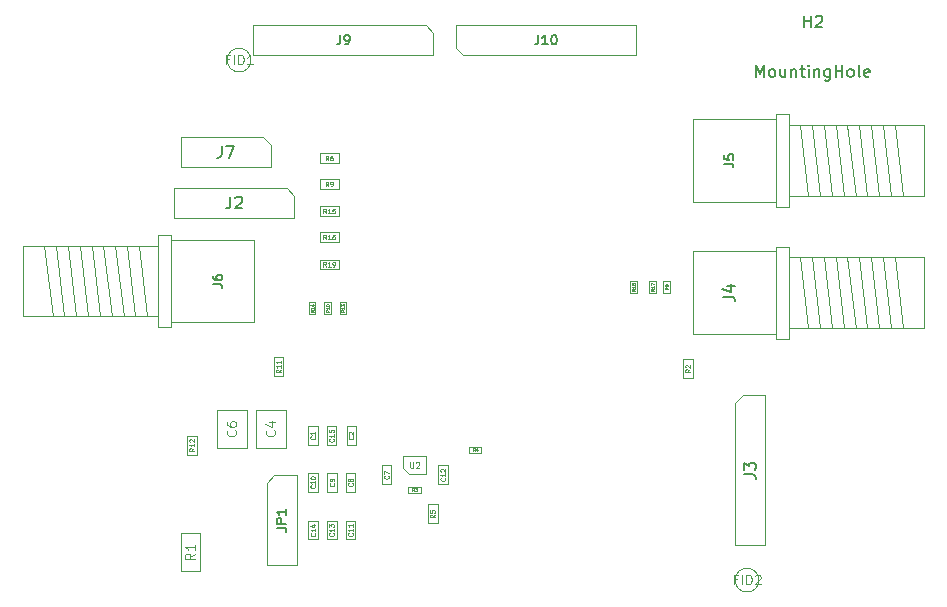
<source format=gbr>
G04 #@! TF.GenerationSoftware,KiCad,Pcbnew,(6.0.10)*
G04 #@! TF.CreationDate,2023-02-01T11:06:55+01:00*
G04 #@! TF.ProjectId,astropix_v3,61737472-6f70-4697-985f-76332e6b6963,1.0*
G04 #@! TF.SameCoordinates,Original*
G04 #@! TF.FileFunction,AssemblyDrawing,Top*
%FSLAX46Y46*%
G04 Gerber Fmt 4.6, Leading zero omitted, Abs format (unit mm)*
G04 Created by KiCad (PCBNEW (6.0.10)) date 2023-02-01 11:06:55*
%MOMM*%
%LPD*%
G01*
G04 APERTURE LIST*
%ADD10C,0.150000*%
%ADD11C,0.060000*%
%ADD12C,0.120000*%
%ADD13C,0.030000*%
%ADD14C,0.040000*%
%ADD15C,0.100000*%
G04 APERTURE END LIST*
D10*
G04 #@! TO.C,H2*
X155089285Y-57727380D02*
X155089285Y-56727380D01*
X155422619Y-57441666D01*
X155755952Y-56727380D01*
X155755952Y-57727380D01*
X156375000Y-57727380D02*
X156279761Y-57679761D01*
X156232142Y-57632142D01*
X156184523Y-57536904D01*
X156184523Y-57251190D01*
X156232142Y-57155952D01*
X156279761Y-57108333D01*
X156375000Y-57060714D01*
X156517857Y-57060714D01*
X156613095Y-57108333D01*
X156660714Y-57155952D01*
X156708333Y-57251190D01*
X156708333Y-57536904D01*
X156660714Y-57632142D01*
X156613095Y-57679761D01*
X156517857Y-57727380D01*
X156375000Y-57727380D01*
X157565476Y-57060714D02*
X157565476Y-57727380D01*
X157136904Y-57060714D02*
X157136904Y-57584523D01*
X157184523Y-57679761D01*
X157279761Y-57727380D01*
X157422619Y-57727380D01*
X157517857Y-57679761D01*
X157565476Y-57632142D01*
X158041666Y-57060714D02*
X158041666Y-57727380D01*
X158041666Y-57155952D02*
X158089285Y-57108333D01*
X158184523Y-57060714D01*
X158327380Y-57060714D01*
X158422619Y-57108333D01*
X158470238Y-57203571D01*
X158470238Y-57727380D01*
X158803571Y-57060714D02*
X159184523Y-57060714D01*
X158946428Y-56727380D02*
X158946428Y-57584523D01*
X158994047Y-57679761D01*
X159089285Y-57727380D01*
X159184523Y-57727380D01*
X159517857Y-57727380D02*
X159517857Y-57060714D01*
X159517857Y-56727380D02*
X159470238Y-56775000D01*
X159517857Y-56822619D01*
X159565476Y-56775000D01*
X159517857Y-56727380D01*
X159517857Y-56822619D01*
X159994047Y-57060714D02*
X159994047Y-57727380D01*
X159994047Y-57155952D02*
X160041666Y-57108333D01*
X160136904Y-57060714D01*
X160279761Y-57060714D01*
X160375000Y-57108333D01*
X160422619Y-57203571D01*
X160422619Y-57727380D01*
X161327380Y-57060714D02*
X161327380Y-57870238D01*
X161279761Y-57965476D01*
X161232142Y-58013095D01*
X161136904Y-58060714D01*
X160994047Y-58060714D01*
X160898809Y-58013095D01*
X161327380Y-57679761D02*
X161232142Y-57727380D01*
X161041666Y-57727380D01*
X160946428Y-57679761D01*
X160898809Y-57632142D01*
X160851190Y-57536904D01*
X160851190Y-57251190D01*
X160898809Y-57155952D01*
X160946428Y-57108333D01*
X161041666Y-57060714D01*
X161232142Y-57060714D01*
X161327380Y-57108333D01*
X161803571Y-57727380D02*
X161803571Y-56727380D01*
X161803571Y-57203571D02*
X162375000Y-57203571D01*
X162375000Y-57727380D02*
X162375000Y-56727380D01*
X162994047Y-57727380D02*
X162898809Y-57679761D01*
X162851190Y-57632142D01*
X162803571Y-57536904D01*
X162803571Y-57251190D01*
X162851190Y-57155952D01*
X162898809Y-57108333D01*
X162994047Y-57060714D01*
X163136904Y-57060714D01*
X163232142Y-57108333D01*
X163279761Y-57155952D01*
X163327380Y-57251190D01*
X163327380Y-57536904D01*
X163279761Y-57632142D01*
X163232142Y-57679761D01*
X163136904Y-57727380D01*
X162994047Y-57727380D01*
X163898809Y-57727380D02*
X163803571Y-57679761D01*
X163755952Y-57584523D01*
X163755952Y-56727380D01*
X164660714Y-57679761D02*
X164565476Y-57727380D01*
X164375000Y-57727380D01*
X164279761Y-57679761D01*
X164232142Y-57584523D01*
X164232142Y-57203571D01*
X164279761Y-57108333D01*
X164375000Y-57060714D01*
X164565476Y-57060714D01*
X164660714Y-57108333D01*
X164708333Y-57203571D01*
X164708333Y-57298809D01*
X164232142Y-57394047D01*
X159113095Y-53527380D02*
X159113095Y-52527380D01*
X159113095Y-53003571D02*
X159684523Y-53003571D01*
X159684523Y-53527380D02*
X159684523Y-52527380D01*
X160113095Y-52622619D02*
X160160714Y-52575000D01*
X160255952Y-52527380D01*
X160494047Y-52527380D01*
X160589285Y-52575000D01*
X160636904Y-52622619D01*
X160684523Y-52717857D01*
X160684523Y-52813095D01*
X160636904Y-52955952D01*
X160065476Y-53527380D01*
X160684523Y-53527380D01*
D11*
G04 #@! TO.C,C8*
X120894457Y-92116266D02*
X120913504Y-92135314D01*
X120932552Y-92192457D01*
X120932552Y-92230552D01*
X120913504Y-92287695D01*
X120875409Y-92325790D01*
X120837314Y-92344838D01*
X120761123Y-92363885D01*
X120703980Y-92363885D01*
X120627790Y-92344838D01*
X120589695Y-92325790D01*
X120551600Y-92287695D01*
X120532552Y-92230552D01*
X120532552Y-92192457D01*
X120551600Y-92135314D01*
X120570647Y-92116266D01*
X120703980Y-91887695D02*
X120684933Y-91925790D01*
X120665885Y-91944838D01*
X120627790Y-91963885D01*
X120608742Y-91963885D01*
X120570647Y-91944838D01*
X120551600Y-91925790D01*
X120532552Y-91887695D01*
X120532552Y-91811504D01*
X120551600Y-91773409D01*
X120570647Y-91754361D01*
X120608742Y-91735314D01*
X120627790Y-91735314D01*
X120665885Y-91754361D01*
X120684933Y-91773409D01*
X120703980Y-91811504D01*
X120703980Y-91887695D01*
X120723028Y-91925790D01*
X120742076Y-91944838D01*
X120780171Y-91963885D01*
X120856361Y-91963885D01*
X120894457Y-91944838D01*
X120913504Y-91925790D01*
X120932552Y-91887695D01*
X120932552Y-91811504D01*
X120913504Y-91773409D01*
X120894457Y-91754361D01*
X120856361Y-91735314D01*
X120780171Y-91735314D01*
X120742076Y-91754361D01*
X120723028Y-91773409D01*
X120703980Y-91811504D01*
G04 #@! TO.C,C9*
X119319657Y-92116266D02*
X119338704Y-92135314D01*
X119357752Y-92192457D01*
X119357752Y-92230552D01*
X119338704Y-92287695D01*
X119300609Y-92325790D01*
X119262514Y-92344838D01*
X119186323Y-92363885D01*
X119129180Y-92363885D01*
X119052990Y-92344838D01*
X119014895Y-92325790D01*
X118976800Y-92287695D01*
X118957752Y-92230552D01*
X118957752Y-92192457D01*
X118976800Y-92135314D01*
X118995847Y-92116266D01*
X119357752Y-91925790D02*
X119357752Y-91849600D01*
X119338704Y-91811504D01*
X119319657Y-91792457D01*
X119262514Y-91754361D01*
X119186323Y-91735314D01*
X119033942Y-91735314D01*
X118995847Y-91754361D01*
X118976800Y-91773409D01*
X118957752Y-91811504D01*
X118957752Y-91887695D01*
X118976800Y-91925790D01*
X118995847Y-91944838D01*
X119033942Y-91963885D01*
X119129180Y-91963885D01*
X119167276Y-91944838D01*
X119186323Y-91925790D01*
X119205371Y-91887695D01*
X119205371Y-91811504D01*
X119186323Y-91773409D01*
X119167276Y-91754361D01*
X119129180Y-91735314D01*
G04 #@! TO.C,C10*
X117694057Y-92306742D02*
X117713104Y-92325790D01*
X117732152Y-92382933D01*
X117732152Y-92421028D01*
X117713104Y-92478171D01*
X117675009Y-92516266D01*
X117636914Y-92535314D01*
X117560723Y-92554361D01*
X117503580Y-92554361D01*
X117427390Y-92535314D01*
X117389295Y-92516266D01*
X117351200Y-92478171D01*
X117332152Y-92421028D01*
X117332152Y-92382933D01*
X117351200Y-92325790D01*
X117370247Y-92306742D01*
X117732152Y-91925790D02*
X117732152Y-92154361D01*
X117732152Y-92040076D02*
X117332152Y-92040076D01*
X117389295Y-92078171D01*
X117427390Y-92116266D01*
X117446438Y-92154361D01*
X117332152Y-91678171D02*
X117332152Y-91640076D01*
X117351200Y-91601980D01*
X117370247Y-91582933D01*
X117408342Y-91563885D01*
X117484533Y-91544838D01*
X117579771Y-91544838D01*
X117655961Y-91563885D01*
X117694057Y-91582933D01*
X117713104Y-91601980D01*
X117732152Y-91640076D01*
X117732152Y-91678171D01*
X117713104Y-91716266D01*
X117694057Y-91735314D01*
X117655961Y-91754361D01*
X117579771Y-91773409D01*
X117484533Y-91773409D01*
X117408342Y-91754361D01*
X117370247Y-91735314D01*
X117351200Y-91716266D01*
X117332152Y-91678171D01*
D10*
G04 #@! TO.C,J6*
X109081904Y-75266666D02*
X109653333Y-75266666D01*
X109767619Y-75304761D01*
X109843809Y-75380952D01*
X109881904Y-75495238D01*
X109881904Y-75571428D01*
X109081904Y-74542857D02*
X109081904Y-74695238D01*
X109120000Y-74771428D01*
X109158095Y-74809523D01*
X109272380Y-74885714D01*
X109424761Y-74923809D01*
X109729523Y-74923809D01*
X109805714Y-74885714D01*
X109843809Y-74847619D01*
X109881904Y-74771428D01*
X109881904Y-74619047D01*
X109843809Y-74542857D01*
X109805714Y-74504761D01*
X109729523Y-74466666D01*
X109539047Y-74466666D01*
X109462857Y-74504761D01*
X109424761Y-74542857D01*
X109386666Y-74619047D01*
X109386666Y-74771428D01*
X109424761Y-74847619D01*
X109462857Y-74885714D01*
X109539047Y-74923809D01*
G04 #@! TO.C,J9*
X119875333Y-54171904D02*
X119875333Y-54743333D01*
X119837238Y-54857619D01*
X119761047Y-54933809D01*
X119646761Y-54971904D01*
X119570571Y-54971904D01*
X120294380Y-54971904D02*
X120446761Y-54971904D01*
X120522952Y-54933809D01*
X120561047Y-54895714D01*
X120637238Y-54781428D01*
X120675333Y-54629047D01*
X120675333Y-54324285D01*
X120637238Y-54248095D01*
X120599142Y-54210000D01*
X120522952Y-54171904D01*
X120370571Y-54171904D01*
X120294380Y-54210000D01*
X120256285Y-54248095D01*
X120218190Y-54324285D01*
X120218190Y-54514761D01*
X120256285Y-54590952D01*
X120294380Y-54629047D01*
X120370571Y-54667142D01*
X120522952Y-54667142D01*
X120599142Y-54629047D01*
X120637238Y-54590952D01*
X120675333Y-54514761D01*
D12*
G04 #@! TO.C,C6*
X110978914Y-87636333D02*
X111017009Y-87674428D01*
X111055104Y-87788714D01*
X111055104Y-87864904D01*
X111017009Y-87979190D01*
X110940819Y-88055380D01*
X110864628Y-88093476D01*
X110712247Y-88131571D01*
X110597961Y-88131571D01*
X110445580Y-88093476D01*
X110369390Y-88055380D01*
X110293200Y-87979190D01*
X110255104Y-87864904D01*
X110255104Y-87788714D01*
X110293200Y-87674428D01*
X110331295Y-87636333D01*
X110255104Y-86950619D02*
X110255104Y-87103000D01*
X110293200Y-87179190D01*
X110331295Y-87217285D01*
X110445580Y-87293476D01*
X110597961Y-87331571D01*
X110902723Y-87331571D01*
X110978914Y-87293476D01*
X111017009Y-87255380D01*
X111055104Y-87179190D01*
X111055104Y-87026809D01*
X111017009Y-86950619D01*
X110978914Y-86912523D01*
X110902723Y-86874428D01*
X110712247Y-86874428D01*
X110636057Y-86912523D01*
X110597961Y-86950619D01*
X110559866Y-87026809D01*
X110559866Y-87179190D01*
X110597961Y-87255380D01*
X110636057Y-87293476D01*
X110712247Y-87331571D01*
G04 #@! TO.C,C4*
X114280914Y-87636333D02*
X114319009Y-87674428D01*
X114357104Y-87788714D01*
X114357104Y-87864904D01*
X114319009Y-87979190D01*
X114242819Y-88055380D01*
X114166628Y-88093476D01*
X114014247Y-88131571D01*
X113899961Y-88131571D01*
X113747580Y-88093476D01*
X113671390Y-88055380D01*
X113595200Y-87979190D01*
X113557104Y-87864904D01*
X113557104Y-87788714D01*
X113595200Y-87674428D01*
X113633295Y-87636333D01*
X113823771Y-86950619D02*
X114357104Y-86950619D01*
X113519009Y-87141095D02*
X114090438Y-87331571D01*
X114090438Y-86836333D01*
D11*
G04 #@! TO.C,FID2*
X153447857Y-100272857D02*
X153181190Y-100272857D01*
X153181190Y-100691904D02*
X153181190Y-99891904D01*
X153562142Y-99891904D01*
X153866904Y-100691904D02*
X153866904Y-99891904D01*
X154247857Y-100691904D02*
X154247857Y-99891904D01*
X154438333Y-99891904D01*
X154552619Y-99930000D01*
X154628809Y-100006190D01*
X154666904Y-100082380D01*
X154705000Y-100234761D01*
X154705000Y-100349047D01*
X154666904Y-100501428D01*
X154628809Y-100577619D01*
X154552619Y-100653809D01*
X154438333Y-100691904D01*
X154247857Y-100691904D01*
X155009761Y-99968095D02*
X155047857Y-99930000D01*
X155124047Y-99891904D01*
X155314523Y-99891904D01*
X155390714Y-99930000D01*
X155428809Y-99968095D01*
X155466904Y-100044285D01*
X155466904Y-100120476D01*
X155428809Y-100234761D01*
X154971666Y-100691904D01*
X155466904Y-100691904D01*
D12*
G04 #@! TO.C,R1*
X107549904Y-98075733D02*
X107168952Y-98342400D01*
X107549904Y-98532876D02*
X106749904Y-98532876D01*
X106749904Y-98228114D01*
X106788000Y-98151923D01*
X106826095Y-98113828D01*
X106902285Y-98075733D01*
X107016571Y-98075733D01*
X107092761Y-98113828D01*
X107130857Y-98151923D01*
X107168952Y-98228114D01*
X107168952Y-98532876D01*
X107549904Y-97313828D02*
X107549904Y-97770971D01*
X107549904Y-97542400D02*
X106749904Y-97542400D01*
X106864190Y-97618590D01*
X106940380Y-97694780D01*
X106978476Y-97770971D01*
D10*
G04 #@! TO.C,J10*
X136639380Y-54171904D02*
X136639380Y-54743333D01*
X136601285Y-54857619D01*
X136525095Y-54933809D01*
X136410809Y-54971904D01*
X136334619Y-54971904D01*
X137439380Y-54971904D02*
X136982238Y-54971904D01*
X137210809Y-54971904D02*
X137210809Y-54171904D01*
X137134619Y-54286190D01*
X137058428Y-54362380D01*
X136982238Y-54400476D01*
X137934619Y-54171904D02*
X138010809Y-54171904D01*
X138087000Y-54210000D01*
X138125095Y-54248095D01*
X138163190Y-54324285D01*
X138201285Y-54476666D01*
X138201285Y-54667142D01*
X138163190Y-54819523D01*
X138125095Y-54895714D01*
X138087000Y-54933809D01*
X138010809Y-54971904D01*
X137934619Y-54971904D01*
X137858428Y-54933809D01*
X137820333Y-54895714D01*
X137782238Y-54819523D01*
X137744142Y-54667142D01*
X137744142Y-54476666D01*
X137782238Y-54324285D01*
X137820333Y-54248095D01*
X137858428Y-54210000D01*
X137934619Y-54171904D01*
D13*
G04 #@! TO.C,U2*
X125779048Y-90326194D02*
X125779048Y-90730956D01*
X125802858Y-90778575D01*
X125826667Y-90802384D01*
X125874286Y-90826194D01*
X125969524Y-90826194D01*
X126017143Y-90802384D01*
X126040953Y-90778575D01*
X126064762Y-90730956D01*
X126064762Y-90326194D01*
X126279048Y-90373813D02*
X126302858Y-90350004D01*
X126350477Y-90326194D01*
X126469524Y-90326194D01*
X126517143Y-90350004D01*
X126540953Y-90373813D01*
X126564762Y-90421432D01*
X126564762Y-90469051D01*
X126540953Y-90540480D01*
X126255239Y-90826194D01*
X126564762Y-90826194D01*
D14*
G04 #@! TO.C,R3*
X126116667Y-92800423D02*
X126030001Y-92676613D01*
X125968096Y-92800423D02*
X125968096Y-92540423D01*
X126067143Y-92540423D01*
X126091905Y-92552804D01*
X126104286Y-92565184D01*
X126116667Y-92589946D01*
X126116667Y-92627089D01*
X126104286Y-92651851D01*
X126091905Y-92664232D01*
X126067143Y-92676613D01*
X125968096Y-92676613D01*
X126203334Y-92540423D02*
X126364286Y-92540423D01*
X126277620Y-92639470D01*
X126314762Y-92639470D01*
X126339524Y-92651851D01*
X126351905Y-92664232D01*
X126364286Y-92688994D01*
X126364286Y-92750899D01*
X126351905Y-92775661D01*
X126339524Y-92788042D01*
X126314762Y-92800423D01*
X126240477Y-92800423D01*
X126215715Y-92788042D01*
X126203334Y-92775661D01*
D11*
G04 #@! TO.C,C12*
X128715858Y-91669946D02*
X128734905Y-91688994D01*
X128753953Y-91746137D01*
X128753953Y-91784232D01*
X128734905Y-91841375D01*
X128696810Y-91879470D01*
X128658715Y-91898518D01*
X128582524Y-91917565D01*
X128525381Y-91917565D01*
X128449191Y-91898518D01*
X128411096Y-91879470D01*
X128373001Y-91841375D01*
X128353953Y-91784232D01*
X128353953Y-91746137D01*
X128373001Y-91688994D01*
X128392048Y-91669946D01*
X128753953Y-91288994D02*
X128753953Y-91517565D01*
X128753953Y-91403280D02*
X128353953Y-91403280D01*
X128411096Y-91441375D01*
X128449191Y-91479470D01*
X128468239Y-91517565D01*
X128392048Y-91136613D02*
X128373001Y-91117565D01*
X128353953Y-91079470D01*
X128353953Y-90984232D01*
X128373001Y-90946137D01*
X128392048Y-90927089D01*
X128430143Y-90908042D01*
X128468239Y-90908042D01*
X128525381Y-90927089D01*
X128753953Y-91155661D01*
X128753953Y-90908042D01*
D10*
G04 #@! TO.C,JP1*
X114471504Y-95916666D02*
X115042933Y-95916666D01*
X115157219Y-95954761D01*
X115233409Y-96030952D01*
X115271504Y-96145238D01*
X115271504Y-96221428D01*
X115271504Y-95535714D02*
X114471504Y-95535714D01*
X114471504Y-95230952D01*
X114509600Y-95154761D01*
X114547695Y-95116666D01*
X114623885Y-95078571D01*
X114738171Y-95078571D01*
X114814361Y-95116666D01*
X114852457Y-95154761D01*
X114890552Y-95230952D01*
X114890552Y-95535714D01*
X115271504Y-94316666D02*
X115271504Y-94773809D01*
X115271504Y-94545238D02*
X114471504Y-94545238D01*
X114585790Y-94621428D01*
X114661980Y-94697619D01*
X114700076Y-94773809D01*
D11*
G04 #@! TO.C,C11*
X120894457Y-96345342D02*
X120913504Y-96364390D01*
X120932552Y-96421533D01*
X120932552Y-96459628D01*
X120913504Y-96516771D01*
X120875409Y-96554866D01*
X120837314Y-96573914D01*
X120761123Y-96592961D01*
X120703980Y-96592961D01*
X120627790Y-96573914D01*
X120589695Y-96554866D01*
X120551600Y-96516771D01*
X120532552Y-96459628D01*
X120532552Y-96421533D01*
X120551600Y-96364390D01*
X120570647Y-96345342D01*
X120932552Y-95964390D02*
X120932552Y-96192961D01*
X120932552Y-96078676D02*
X120532552Y-96078676D01*
X120589695Y-96116771D01*
X120627790Y-96154866D01*
X120646838Y-96192961D01*
X120932552Y-95583438D02*
X120932552Y-95812009D01*
X120932552Y-95697723D02*
X120532552Y-95697723D01*
X120589695Y-95735819D01*
X120627790Y-95773914D01*
X120646838Y-95812009D01*
G04 #@! TO.C,C13*
X119294257Y-96345342D02*
X119313304Y-96364390D01*
X119332352Y-96421533D01*
X119332352Y-96459628D01*
X119313304Y-96516771D01*
X119275209Y-96554866D01*
X119237114Y-96573914D01*
X119160923Y-96592961D01*
X119103780Y-96592961D01*
X119027590Y-96573914D01*
X118989495Y-96554866D01*
X118951400Y-96516771D01*
X118932352Y-96459628D01*
X118932352Y-96421533D01*
X118951400Y-96364390D01*
X118970447Y-96345342D01*
X119332352Y-95964390D02*
X119332352Y-96192961D01*
X119332352Y-96078676D02*
X118932352Y-96078676D01*
X118989495Y-96116771D01*
X119027590Y-96154866D01*
X119046638Y-96192961D01*
X118932352Y-95831057D02*
X118932352Y-95583438D01*
X119084733Y-95716771D01*
X119084733Y-95659628D01*
X119103780Y-95621533D01*
X119122828Y-95602485D01*
X119160923Y-95583438D01*
X119256161Y-95583438D01*
X119294257Y-95602485D01*
X119313304Y-95621533D01*
X119332352Y-95659628D01*
X119332352Y-95773914D01*
X119313304Y-95812009D01*
X119294257Y-95831057D01*
G04 #@! TO.C,C7*
X123940658Y-91479470D02*
X123959705Y-91498518D01*
X123978753Y-91555661D01*
X123978753Y-91593756D01*
X123959705Y-91650899D01*
X123921610Y-91688994D01*
X123883515Y-91708042D01*
X123807324Y-91727089D01*
X123750181Y-91727089D01*
X123673991Y-91708042D01*
X123635896Y-91688994D01*
X123597801Y-91650899D01*
X123578753Y-91593756D01*
X123578753Y-91555661D01*
X123597801Y-91498518D01*
X123616848Y-91479470D01*
X123578753Y-91346137D02*
X123578753Y-91079470D01*
X123978753Y-91250899D01*
G04 #@! TO.C,R12*
X107495952Y-89157142D02*
X107305476Y-89290476D01*
X107495952Y-89385714D02*
X107095952Y-89385714D01*
X107095952Y-89233333D01*
X107115000Y-89195238D01*
X107134047Y-89176190D01*
X107172142Y-89157142D01*
X107229285Y-89157142D01*
X107267380Y-89176190D01*
X107286428Y-89195238D01*
X107305476Y-89233333D01*
X107305476Y-89385714D01*
X107495952Y-88776190D02*
X107495952Y-89004761D01*
X107495952Y-88890476D02*
X107095952Y-88890476D01*
X107153095Y-88928571D01*
X107191190Y-88966666D01*
X107210238Y-89004761D01*
X107134047Y-88623809D02*
X107115000Y-88604761D01*
X107095952Y-88566666D01*
X107095952Y-88471428D01*
X107115000Y-88433333D01*
X107134047Y-88414285D01*
X107172142Y-88395238D01*
X107210238Y-88395238D01*
X107267380Y-88414285D01*
X107495952Y-88642857D01*
X107495952Y-88395238D01*
G04 #@! TO.C,C14*
X117719457Y-96345342D02*
X117738504Y-96364390D01*
X117757552Y-96421533D01*
X117757552Y-96459628D01*
X117738504Y-96516771D01*
X117700409Y-96554866D01*
X117662314Y-96573914D01*
X117586123Y-96592961D01*
X117528980Y-96592961D01*
X117452790Y-96573914D01*
X117414695Y-96554866D01*
X117376600Y-96516771D01*
X117357552Y-96459628D01*
X117357552Y-96421533D01*
X117376600Y-96364390D01*
X117395647Y-96345342D01*
X117757552Y-95964390D02*
X117757552Y-96192961D01*
X117757552Y-96078676D02*
X117357552Y-96078676D01*
X117414695Y-96116771D01*
X117452790Y-96154866D01*
X117471838Y-96192961D01*
X117490885Y-95621533D02*
X117757552Y-95621533D01*
X117338504Y-95716771D02*
X117624219Y-95812009D01*
X117624219Y-95564390D01*
D14*
G04 #@! TO.C,R13*
X120217619Y-77467142D02*
X120093809Y-77553809D01*
X120217619Y-77615714D02*
X119957619Y-77615714D01*
X119957619Y-77516666D01*
X119970000Y-77491904D01*
X119982380Y-77479523D01*
X120007142Y-77467142D01*
X120044285Y-77467142D01*
X120069047Y-77479523D01*
X120081428Y-77491904D01*
X120093809Y-77516666D01*
X120093809Y-77615714D01*
X120217619Y-77219523D02*
X120217619Y-77368095D01*
X120217619Y-77293809D02*
X119957619Y-77293809D01*
X119994761Y-77318571D01*
X120019523Y-77343333D01*
X120031904Y-77368095D01*
X119957619Y-77132857D02*
X119957619Y-76971904D01*
X120056666Y-77058571D01*
X120056666Y-77021428D01*
X120069047Y-76996666D01*
X120081428Y-76984285D01*
X120106190Y-76971904D01*
X120168095Y-76971904D01*
X120192857Y-76984285D01*
X120205238Y-76996666D01*
X120217619Y-77021428D01*
X120217619Y-77095714D01*
X120205238Y-77120476D01*
X120192857Y-77132857D01*
G04 #@! TO.C,R14*
X117617619Y-77467142D02*
X117493809Y-77553809D01*
X117617619Y-77615714D02*
X117357619Y-77615714D01*
X117357619Y-77516666D01*
X117370000Y-77491904D01*
X117382380Y-77479523D01*
X117407142Y-77467142D01*
X117444285Y-77467142D01*
X117469047Y-77479523D01*
X117481428Y-77491904D01*
X117493809Y-77516666D01*
X117493809Y-77615714D01*
X117617619Y-77219523D02*
X117617619Y-77368095D01*
X117617619Y-77293809D02*
X117357619Y-77293809D01*
X117394761Y-77318571D01*
X117419523Y-77343333D01*
X117431904Y-77368095D01*
X117444285Y-76996666D02*
X117617619Y-76996666D01*
X117345238Y-77058571D02*
X117530952Y-77120476D01*
X117530952Y-76959523D01*
G04 #@! TO.C,R17*
X146417619Y-75667142D02*
X146293809Y-75753809D01*
X146417619Y-75815714D02*
X146157619Y-75815714D01*
X146157619Y-75716666D01*
X146170000Y-75691904D01*
X146182380Y-75679523D01*
X146207142Y-75667142D01*
X146244285Y-75667142D01*
X146269047Y-75679523D01*
X146281428Y-75691904D01*
X146293809Y-75716666D01*
X146293809Y-75815714D01*
X146417619Y-75419523D02*
X146417619Y-75568095D01*
X146417619Y-75493809D02*
X146157619Y-75493809D01*
X146194761Y-75518571D01*
X146219523Y-75543333D01*
X146231904Y-75568095D01*
X146157619Y-75332857D02*
X146157619Y-75159523D01*
X146417619Y-75270952D01*
G04 #@! TO.C,R18*
X144817619Y-75667142D02*
X144693809Y-75753809D01*
X144817619Y-75815714D02*
X144557619Y-75815714D01*
X144557619Y-75716666D01*
X144570000Y-75691904D01*
X144582380Y-75679523D01*
X144607142Y-75667142D01*
X144644285Y-75667142D01*
X144669047Y-75679523D01*
X144681428Y-75691904D01*
X144693809Y-75716666D01*
X144693809Y-75815714D01*
X144817619Y-75419523D02*
X144817619Y-75568095D01*
X144817619Y-75493809D02*
X144557619Y-75493809D01*
X144594761Y-75518571D01*
X144619523Y-75543333D01*
X144631904Y-75568095D01*
X144669047Y-75270952D02*
X144656666Y-75295714D01*
X144644285Y-75308095D01*
X144619523Y-75320476D01*
X144607142Y-75320476D01*
X144582380Y-75308095D01*
X144570000Y-75295714D01*
X144557619Y-75270952D01*
X144557619Y-75221428D01*
X144570000Y-75196666D01*
X144582380Y-75184285D01*
X144607142Y-75171904D01*
X144619523Y-75171904D01*
X144644285Y-75184285D01*
X144656666Y-75196666D01*
X144669047Y-75221428D01*
X144669047Y-75270952D01*
X144681428Y-75295714D01*
X144693809Y-75308095D01*
X144718571Y-75320476D01*
X144768095Y-75320476D01*
X144792857Y-75308095D01*
X144805238Y-75295714D01*
X144817619Y-75270952D01*
X144817619Y-75221428D01*
X144805238Y-75196666D01*
X144792857Y-75184285D01*
X144768095Y-75171904D01*
X144718571Y-75171904D01*
X144693809Y-75184285D01*
X144681428Y-75196666D01*
X144669047Y-75221428D01*
G04 #@! TO.C,R10*
X118917619Y-77467142D02*
X118793809Y-77553809D01*
X118917619Y-77615714D02*
X118657619Y-77615714D01*
X118657619Y-77516666D01*
X118670000Y-77491904D01*
X118682380Y-77479523D01*
X118707142Y-77467142D01*
X118744285Y-77467142D01*
X118769047Y-77479523D01*
X118781428Y-77491904D01*
X118793809Y-77516666D01*
X118793809Y-77615714D01*
X118917619Y-77219523D02*
X118917619Y-77368095D01*
X118917619Y-77293809D02*
X118657619Y-77293809D01*
X118694761Y-77318571D01*
X118719523Y-77343333D01*
X118731904Y-77368095D01*
X118657619Y-77058571D02*
X118657619Y-77033809D01*
X118670000Y-77009047D01*
X118682380Y-76996666D01*
X118707142Y-76984285D01*
X118756666Y-76971904D01*
X118818571Y-76971904D01*
X118868095Y-76984285D01*
X118892857Y-76996666D01*
X118905238Y-77009047D01*
X118917619Y-77033809D01*
X118917619Y-77058571D01*
X118905238Y-77083333D01*
X118892857Y-77095714D01*
X118868095Y-77108095D01*
X118818571Y-77120476D01*
X118756666Y-77120476D01*
X118707142Y-77108095D01*
X118682380Y-77095714D01*
X118670000Y-77083333D01*
X118657619Y-77058571D01*
G04 #@! TO.C,R8*
X147617619Y-75543333D02*
X147493809Y-75630000D01*
X147617619Y-75691904D02*
X147357619Y-75691904D01*
X147357619Y-75592857D01*
X147370000Y-75568095D01*
X147382380Y-75555714D01*
X147407142Y-75543333D01*
X147444285Y-75543333D01*
X147469047Y-75555714D01*
X147481428Y-75568095D01*
X147493809Y-75592857D01*
X147493809Y-75691904D01*
X147469047Y-75394761D02*
X147456666Y-75419523D01*
X147444285Y-75431904D01*
X147419523Y-75444285D01*
X147407142Y-75444285D01*
X147382380Y-75431904D01*
X147370000Y-75419523D01*
X147357619Y-75394761D01*
X147357619Y-75345238D01*
X147370000Y-75320476D01*
X147382380Y-75308095D01*
X147407142Y-75295714D01*
X147419523Y-75295714D01*
X147444285Y-75308095D01*
X147456666Y-75320476D01*
X147469047Y-75345238D01*
X147469047Y-75394761D01*
X147481428Y-75419523D01*
X147493809Y-75431904D01*
X147518571Y-75444285D01*
X147568095Y-75444285D01*
X147592857Y-75431904D01*
X147605238Y-75419523D01*
X147617619Y-75394761D01*
X147617619Y-75345238D01*
X147605238Y-75320476D01*
X147592857Y-75308095D01*
X147568095Y-75295714D01*
X147518571Y-75295714D01*
X147493809Y-75308095D01*
X147481428Y-75320476D01*
X147469047Y-75345238D01*
D11*
G04 #@! TO.C,FID1*
X110442857Y-56242857D02*
X110176190Y-56242857D01*
X110176190Y-56661904D02*
X110176190Y-55861904D01*
X110557142Y-55861904D01*
X110861904Y-56661904D02*
X110861904Y-55861904D01*
X111242857Y-56661904D02*
X111242857Y-55861904D01*
X111433333Y-55861904D01*
X111547619Y-55900000D01*
X111623809Y-55976190D01*
X111661904Y-56052380D01*
X111700000Y-56204761D01*
X111700000Y-56319047D01*
X111661904Y-56471428D01*
X111623809Y-56547619D01*
X111547619Y-56623809D01*
X111433333Y-56661904D01*
X111242857Y-56661904D01*
X112461904Y-56661904D02*
X112004761Y-56661904D01*
X112233333Y-56661904D02*
X112233333Y-55861904D01*
X112157142Y-55976190D01*
X112080952Y-56052380D01*
X112004761Y-56090476D01*
D10*
G04 #@! TO.C,J5*
X152361904Y-65066666D02*
X152933333Y-65066666D01*
X153047619Y-65104761D01*
X153123809Y-65180952D01*
X153161904Y-65295238D01*
X153161904Y-65371428D01*
X152361904Y-64304761D02*
X152361904Y-64685714D01*
X152742857Y-64723809D01*
X152704761Y-64685714D01*
X152666666Y-64609523D01*
X152666666Y-64419047D01*
X152704761Y-64342857D01*
X152742857Y-64304761D01*
X152819047Y-64266666D01*
X153009523Y-64266666D01*
X153085714Y-64304761D01*
X153123809Y-64342857D01*
X153161904Y-64419047D01*
X153161904Y-64609523D01*
X153123809Y-64685714D01*
X153085714Y-64723809D01*
D11*
G04 #@! TO.C,R11*
X114830952Y-82507142D02*
X114640476Y-82640476D01*
X114830952Y-82735714D02*
X114430952Y-82735714D01*
X114430952Y-82583333D01*
X114450000Y-82545238D01*
X114469047Y-82526190D01*
X114507142Y-82507142D01*
X114564285Y-82507142D01*
X114602380Y-82526190D01*
X114621428Y-82545238D01*
X114640476Y-82583333D01*
X114640476Y-82735714D01*
X114830952Y-82126190D02*
X114830952Y-82354761D01*
X114830952Y-82240476D02*
X114430952Y-82240476D01*
X114488095Y-82278571D01*
X114526190Y-82316666D01*
X114545238Y-82354761D01*
X114830952Y-81745238D02*
X114830952Y-81973809D01*
X114830952Y-81859523D02*
X114430952Y-81859523D01*
X114488095Y-81897619D01*
X114526190Y-81935714D01*
X114545238Y-81973809D01*
D10*
G04 #@! TO.C,J4*
X152252380Y-76333333D02*
X152966666Y-76333333D01*
X153109523Y-76380952D01*
X153204761Y-76476190D01*
X153252380Y-76619047D01*
X153252380Y-76714285D01*
X152585714Y-75428571D02*
X153252380Y-75428571D01*
X152204761Y-75666666D02*
X152919047Y-75904761D01*
X152919047Y-75285714D01*
G04 #@! TO.C,J2*
X110556666Y-67852380D02*
X110556666Y-68566666D01*
X110509047Y-68709523D01*
X110413809Y-68804761D01*
X110270952Y-68852380D01*
X110175714Y-68852380D01*
X110985238Y-67947619D02*
X111032857Y-67900000D01*
X111128095Y-67852380D01*
X111366190Y-67852380D01*
X111461428Y-67900000D01*
X111509047Y-67947619D01*
X111556666Y-68042857D01*
X111556666Y-68138095D01*
X111509047Y-68280952D01*
X110937619Y-68852380D01*
X111556666Y-68852380D01*
D11*
G04 #@! TO.C,R9*
X118858333Y-66980952D02*
X118725000Y-66790476D01*
X118629761Y-66980952D02*
X118629761Y-66580952D01*
X118782142Y-66580952D01*
X118820238Y-66600000D01*
X118839285Y-66619047D01*
X118858333Y-66657142D01*
X118858333Y-66714285D01*
X118839285Y-66752380D01*
X118820238Y-66771428D01*
X118782142Y-66790476D01*
X118629761Y-66790476D01*
X119048809Y-66980952D02*
X119125000Y-66980952D01*
X119163095Y-66961904D01*
X119182142Y-66942857D01*
X119220238Y-66885714D01*
X119239285Y-66809523D01*
X119239285Y-66657142D01*
X119220238Y-66619047D01*
X119201190Y-66600000D01*
X119163095Y-66580952D01*
X119086904Y-66580952D01*
X119048809Y-66600000D01*
X119029761Y-66619047D01*
X119010714Y-66657142D01*
X119010714Y-66752380D01*
X119029761Y-66790476D01*
X119048809Y-66809523D01*
X119086904Y-66828571D01*
X119163095Y-66828571D01*
X119201190Y-66809523D01*
X119220238Y-66790476D01*
X119239285Y-66752380D01*
G04 #@! TO.C,C2*
X120942857Y-88166666D02*
X120961904Y-88185714D01*
X120980952Y-88242857D01*
X120980952Y-88280952D01*
X120961904Y-88338095D01*
X120923809Y-88376190D01*
X120885714Y-88395238D01*
X120809523Y-88414285D01*
X120752380Y-88414285D01*
X120676190Y-88395238D01*
X120638095Y-88376190D01*
X120600000Y-88338095D01*
X120580952Y-88280952D01*
X120580952Y-88242857D01*
X120600000Y-88185714D01*
X120619047Y-88166666D01*
X120619047Y-88014285D02*
X120600000Y-87995238D01*
X120580952Y-87957142D01*
X120580952Y-87861904D01*
X120600000Y-87823809D01*
X120619047Y-87804761D01*
X120657142Y-87785714D01*
X120695238Y-87785714D01*
X120752380Y-87804761D01*
X120980952Y-88033333D01*
X120980952Y-87785714D01*
G04 #@! TO.C,R16*
X118667857Y-71480952D02*
X118534523Y-71290476D01*
X118439285Y-71480952D02*
X118439285Y-71080952D01*
X118591666Y-71080952D01*
X118629761Y-71100000D01*
X118648809Y-71119047D01*
X118667857Y-71157142D01*
X118667857Y-71214285D01*
X118648809Y-71252380D01*
X118629761Y-71271428D01*
X118591666Y-71290476D01*
X118439285Y-71290476D01*
X119048809Y-71480952D02*
X118820238Y-71480952D01*
X118934523Y-71480952D02*
X118934523Y-71080952D01*
X118896428Y-71138095D01*
X118858333Y-71176190D01*
X118820238Y-71195238D01*
X119391666Y-71080952D02*
X119315476Y-71080952D01*
X119277380Y-71100000D01*
X119258333Y-71119047D01*
X119220238Y-71176190D01*
X119201190Y-71252380D01*
X119201190Y-71404761D01*
X119220238Y-71442857D01*
X119239285Y-71461904D01*
X119277380Y-71480952D01*
X119353571Y-71480952D01*
X119391666Y-71461904D01*
X119410714Y-71442857D01*
X119429761Y-71404761D01*
X119429761Y-71309523D01*
X119410714Y-71271428D01*
X119391666Y-71252380D01*
X119353571Y-71233333D01*
X119277380Y-71233333D01*
X119239285Y-71252380D01*
X119220238Y-71271428D01*
X119201190Y-71309523D01*
G04 #@! TO.C,C15*
X119292857Y-88357142D02*
X119311904Y-88376190D01*
X119330952Y-88433333D01*
X119330952Y-88471428D01*
X119311904Y-88528571D01*
X119273809Y-88566666D01*
X119235714Y-88585714D01*
X119159523Y-88604761D01*
X119102380Y-88604761D01*
X119026190Y-88585714D01*
X118988095Y-88566666D01*
X118950000Y-88528571D01*
X118930952Y-88471428D01*
X118930952Y-88433333D01*
X118950000Y-88376190D01*
X118969047Y-88357142D01*
X119330952Y-87976190D02*
X119330952Y-88204761D01*
X119330952Y-88090476D02*
X118930952Y-88090476D01*
X118988095Y-88128571D01*
X119026190Y-88166666D01*
X119045238Y-88204761D01*
X118930952Y-87614285D02*
X118930952Y-87804761D01*
X119121428Y-87823809D01*
X119102380Y-87804761D01*
X119083333Y-87766666D01*
X119083333Y-87671428D01*
X119102380Y-87633333D01*
X119121428Y-87614285D01*
X119159523Y-87595238D01*
X119254761Y-87595238D01*
X119292857Y-87614285D01*
X119311904Y-87633333D01*
X119330952Y-87671428D01*
X119330952Y-87766666D01*
X119311904Y-87804761D01*
X119292857Y-87823809D01*
D14*
G04 #@! TO.C,R4*
X131256666Y-89417619D02*
X131170000Y-89293809D01*
X131108095Y-89417619D02*
X131108095Y-89157619D01*
X131207142Y-89157619D01*
X131231904Y-89170000D01*
X131244285Y-89182380D01*
X131256666Y-89207142D01*
X131256666Y-89244285D01*
X131244285Y-89269047D01*
X131231904Y-89281428D01*
X131207142Y-89293809D01*
X131108095Y-89293809D01*
X131479523Y-89244285D02*
X131479523Y-89417619D01*
X131417619Y-89145238D02*
X131355714Y-89330952D01*
X131516666Y-89330952D01*
D11*
G04 #@! TO.C,R19*
X118667857Y-73780952D02*
X118534523Y-73590476D01*
X118439285Y-73780952D02*
X118439285Y-73380952D01*
X118591666Y-73380952D01*
X118629761Y-73400000D01*
X118648809Y-73419047D01*
X118667857Y-73457142D01*
X118667857Y-73514285D01*
X118648809Y-73552380D01*
X118629761Y-73571428D01*
X118591666Y-73590476D01*
X118439285Y-73590476D01*
X119048809Y-73780952D02*
X118820238Y-73780952D01*
X118934523Y-73780952D02*
X118934523Y-73380952D01*
X118896428Y-73438095D01*
X118858333Y-73476190D01*
X118820238Y-73495238D01*
X119239285Y-73780952D02*
X119315476Y-73780952D01*
X119353571Y-73761904D01*
X119372619Y-73742857D01*
X119410714Y-73685714D01*
X119429761Y-73609523D01*
X119429761Y-73457142D01*
X119410714Y-73419047D01*
X119391666Y-73400000D01*
X119353571Y-73380952D01*
X119277380Y-73380952D01*
X119239285Y-73400000D01*
X119220238Y-73419047D01*
X119201190Y-73457142D01*
X119201190Y-73552380D01*
X119220238Y-73590476D01*
X119239285Y-73609523D01*
X119277380Y-73628571D01*
X119353571Y-73628571D01*
X119391666Y-73609523D01*
X119410714Y-73590476D01*
X119429761Y-73552380D01*
G04 #@! TO.C,R5*
X127880952Y-94791666D02*
X127690476Y-94925000D01*
X127880952Y-95020238D02*
X127480952Y-95020238D01*
X127480952Y-94867857D01*
X127500000Y-94829761D01*
X127519047Y-94810714D01*
X127557142Y-94791666D01*
X127614285Y-94791666D01*
X127652380Y-94810714D01*
X127671428Y-94829761D01*
X127690476Y-94867857D01*
X127690476Y-95020238D01*
X127480952Y-94429761D02*
X127480952Y-94620238D01*
X127671428Y-94639285D01*
X127652380Y-94620238D01*
X127633333Y-94582142D01*
X127633333Y-94486904D01*
X127652380Y-94448809D01*
X127671428Y-94429761D01*
X127709523Y-94410714D01*
X127804761Y-94410714D01*
X127842857Y-94429761D01*
X127861904Y-94448809D01*
X127880952Y-94486904D01*
X127880952Y-94582142D01*
X127861904Y-94620238D01*
X127842857Y-94639285D01*
G04 #@! TO.C,R6*
X118858333Y-64780952D02*
X118725000Y-64590476D01*
X118629761Y-64780952D02*
X118629761Y-64380952D01*
X118782142Y-64380952D01*
X118820238Y-64400000D01*
X118839285Y-64419047D01*
X118858333Y-64457142D01*
X118858333Y-64514285D01*
X118839285Y-64552380D01*
X118820238Y-64571428D01*
X118782142Y-64590476D01*
X118629761Y-64590476D01*
X119201190Y-64380952D02*
X119125000Y-64380952D01*
X119086904Y-64400000D01*
X119067857Y-64419047D01*
X119029761Y-64476190D01*
X119010714Y-64552380D01*
X119010714Y-64704761D01*
X119029761Y-64742857D01*
X119048809Y-64761904D01*
X119086904Y-64780952D01*
X119163095Y-64780952D01*
X119201190Y-64761904D01*
X119220238Y-64742857D01*
X119239285Y-64704761D01*
X119239285Y-64609523D01*
X119220238Y-64571428D01*
X119201190Y-64552380D01*
X119163095Y-64533333D01*
X119086904Y-64533333D01*
X119048809Y-64552380D01*
X119029761Y-64571428D01*
X119010714Y-64609523D01*
D10*
G04 #@! TO.C,J7*
X109826666Y-63552380D02*
X109826666Y-64266666D01*
X109779047Y-64409523D01*
X109683809Y-64504761D01*
X109540952Y-64552380D01*
X109445714Y-64552380D01*
X110207619Y-63552380D02*
X110874285Y-63552380D01*
X110445714Y-64552380D01*
G04 #@! TO.C,J3*
X154052380Y-91373333D02*
X154766666Y-91373333D01*
X154909523Y-91420952D01*
X155004761Y-91516190D01*
X155052380Y-91659047D01*
X155052380Y-91754285D01*
X154052380Y-90992380D02*
X154052380Y-90373333D01*
X154433333Y-90706666D01*
X154433333Y-90563809D01*
X154480952Y-90468571D01*
X154528571Y-90420952D01*
X154623809Y-90373333D01*
X154861904Y-90373333D01*
X154957142Y-90420952D01*
X155004761Y-90468571D01*
X155052380Y-90563809D01*
X155052380Y-90849523D01*
X155004761Y-90944761D01*
X154957142Y-90992380D01*
D11*
G04 #@! TO.C,C1*
X117692857Y-88166666D02*
X117711904Y-88185714D01*
X117730952Y-88242857D01*
X117730952Y-88280952D01*
X117711904Y-88338095D01*
X117673809Y-88376190D01*
X117635714Y-88395238D01*
X117559523Y-88414285D01*
X117502380Y-88414285D01*
X117426190Y-88395238D01*
X117388095Y-88376190D01*
X117350000Y-88338095D01*
X117330952Y-88280952D01*
X117330952Y-88242857D01*
X117350000Y-88185714D01*
X117369047Y-88166666D01*
X117730952Y-87785714D02*
X117730952Y-88014285D01*
X117730952Y-87900000D02*
X117330952Y-87900000D01*
X117388095Y-87938095D01*
X117426190Y-87976190D01*
X117445238Y-88014285D01*
G04 #@! TO.C,R15*
X118667857Y-69280952D02*
X118534523Y-69090476D01*
X118439285Y-69280952D02*
X118439285Y-68880952D01*
X118591666Y-68880952D01*
X118629761Y-68900000D01*
X118648809Y-68919047D01*
X118667857Y-68957142D01*
X118667857Y-69014285D01*
X118648809Y-69052380D01*
X118629761Y-69071428D01*
X118591666Y-69090476D01*
X118439285Y-69090476D01*
X119048809Y-69280952D02*
X118820238Y-69280952D01*
X118934523Y-69280952D02*
X118934523Y-68880952D01*
X118896428Y-68938095D01*
X118858333Y-68976190D01*
X118820238Y-68995238D01*
X119410714Y-68880952D02*
X119220238Y-68880952D01*
X119201190Y-69071428D01*
X119220238Y-69052380D01*
X119258333Y-69033333D01*
X119353571Y-69033333D01*
X119391666Y-69052380D01*
X119410714Y-69071428D01*
X119429761Y-69109523D01*
X119429761Y-69204761D01*
X119410714Y-69242857D01*
X119391666Y-69261904D01*
X119353571Y-69280952D01*
X119258333Y-69280952D01*
X119220238Y-69261904D01*
X119201190Y-69242857D01*
G04 #@! TO.C,R2*
X149480952Y-82466666D02*
X149290476Y-82600000D01*
X149480952Y-82695238D02*
X149080952Y-82695238D01*
X149080952Y-82542857D01*
X149100000Y-82504761D01*
X149119047Y-82485714D01*
X149157142Y-82466666D01*
X149214285Y-82466666D01*
X149252380Y-82485714D01*
X149271428Y-82504761D01*
X149290476Y-82542857D01*
X149290476Y-82695238D01*
X149119047Y-82314285D02*
X149100000Y-82295238D01*
X149080952Y-82257142D01*
X149080952Y-82161904D01*
X149100000Y-82123809D01*
X149119047Y-82104761D01*
X149157142Y-82085714D01*
X149195238Y-82085714D01*
X149252380Y-82104761D01*
X149480952Y-82333333D01*
X149480952Y-82085714D01*
D15*
G04 #@! TO.C,C8*
X121151600Y-91249600D02*
X121151600Y-92849600D01*
X120351600Y-91249600D02*
X121151600Y-91249600D01*
X121151600Y-92849600D02*
X120351600Y-92849600D01*
X120351600Y-92849600D02*
X120351600Y-91249600D01*
G04 #@! TO.C,C9*
X119576800Y-91249600D02*
X119576800Y-92849600D01*
X118776800Y-92849600D02*
X118776800Y-91249600D01*
X118776800Y-91249600D02*
X119576800Y-91249600D01*
X119576800Y-92849600D02*
X118776800Y-92849600D01*
G04 #@! TO.C,C10*
X117951200Y-91249600D02*
X117951200Y-92849600D01*
X117151200Y-92849600D02*
X117151200Y-91249600D01*
X117151200Y-91249600D02*
X117951200Y-91249600D01*
X117951200Y-92849600D02*
X117151200Y-92849600D01*
G04 #@! TO.C,J6*
X105570000Y-78500000D02*
X112570000Y-78500000D01*
X93020000Y-78000000D02*
X93020000Y-72000000D01*
X97520000Y-78000000D02*
X96820000Y-72000000D01*
X95520000Y-78000000D02*
X94820000Y-72000000D01*
X105570000Y-78500000D02*
X105570000Y-71500000D01*
X99520000Y-78000000D02*
X98820000Y-72000000D01*
X93020000Y-78000000D02*
X104450000Y-78000000D01*
X104450000Y-78900000D02*
X105570000Y-78900000D01*
X105570000Y-71100000D02*
X104450000Y-71100000D01*
X102520000Y-78000000D02*
X101820000Y-72000000D01*
X101520000Y-78000000D02*
X100820000Y-72000000D01*
X93020000Y-72000000D02*
X104450000Y-72000000D01*
X112570000Y-78500000D02*
X112570000Y-71500000D01*
X98520000Y-78000000D02*
X97820000Y-72000000D01*
X100520000Y-78000000D02*
X99820000Y-72000000D01*
X105570000Y-78900000D02*
X105570000Y-71100000D01*
X96520000Y-78000000D02*
X95820000Y-72000000D01*
X104450000Y-71100000D02*
X104450000Y-78900000D01*
X103520000Y-78000000D02*
X102820000Y-72000000D01*
X105570000Y-71500000D02*
X112570000Y-71500000D01*
G04 #@! TO.C,J9*
X112522000Y-55880000D02*
X112522000Y-53340000D01*
X112522000Y-53340000D02*
X127127000Y-53340000D01*
X127762000Y-55880000D02*
X112522000Y-55880000D01*
X127127000Y-53340000D02*
X127762000Y-53975000D01*
X127762000Y-53975000D02*
X127762000Y-55880000D01*
G04 #@! TO.C,C6*
X109443200Y-89103000D02*
X109443200Y-85903000D01*
X109443200Y-85903000D02*
X111943200Y-85903000D01*
X111943200Y-89103000D02*
X109443200Y-89103000D01*
X111943200Y-85903000D02*
X111943200Y-89103000D01*
G04 #@! TO.C,C4*
X112745200Y-89103000D02*
X112745200Y-85903000D01*
X115245200Y-85903000D02*
X115245200Y-89103000D01*
X112745200Y-85903000D02*
X115245200Y-85903000D01*
X115245200Y-89103000D02*
X112745200Y-89103000D01*
G04 #@! TO.C,FID2*
X155305000Y-100330000D02*
G75*
G03*
X155305000Y-100330000I-1000000J0D01*
G01*
G04 #@! TO.C,R1*
X106388000Y-96342400D02*
X107988000Y-96342400D01*
X106388000Y-99542400D02*
X106388000Y-96342400D01*
X107988000Y-99542400D02*
X106388000Y-99542400D01*
X107988000Y-96342400D02*
X107988000Y-99542400D01*
G04 #@! TO.C,J10*
X129667000Y-55245000D02*
X129667000Y-53340000D01*
X144907000Y-55880000D02*
X130302000Y-55880000D01*
X144907000Y-53340000D02*
X144907000Y-55880000D01*
X129667000Y-53340000D02*
X144907000Y-53340000D01*
X130302000Y-55880000D02*
X129667000Y-55245000D01*
G04 #@! TO.C,U2*
X125160001Y-89850004D02*
X127160001Y-89850004D01*
X125160001Y-90850004D02*
X125160001Y-89850004D01*
X127160001Y-89850004D02*
X127160001Y-91350004D01*
X127160001Y-91350004D02*
X125660001Y-91350004D01*
X125160001Y-90850004D02*
X125660001Y-91350004D01*
G04 #@! TO.C,R3*
X125635001Y-92952804D02*
X125635001Y-92412804D01*
X125635001Y-92412804D02*
X126685001Y-92412804D01*
X126685001Y-92952804D02*
X125635001Y-92952804D01*
X126685001Y-92412804D02*
X126685001Y-92952804D01*
G04 #@! TO.C,C12*
X128173001Y-90612804D02*
X128973001Y-90612804D01*
X128973001Y-90612804D02*
X128973001Y-92212804D01*
X128173001Y-92212804D02*
X128173001Y-90612804D01*
X128973001Y-92212804D02*
X128173001Y-92212804D01*
G04 #@! TO.C,JP1*
X114274600Y-91440000D02*
X116179600Y-91440000D01*
X113639600Y-92075000D02*
X114274600Y-91440000D01*
X116179600Y-99060000D02*
X113639600Y-99060000D01*
X113639600Y-99060000D02*
X113639600Y-92075000D01*
X116179600Y-91440000D02*
X116179600Y-99060000D01*
G04 #@! TO.C,C11*
X121151600Y-95288200D02*
X121151600Y-96888200D01*
X120351600Y-96888200D02*
X120351600Y-95288200D01*
X121151600Y-96888200D02*
X120351600Y-96888200D01*
X120351600Y-95288200D02*
X121151600Y-95288200D01*
G04 #@! TO.C,C13*
X119551400Y-95288200D02*
X119551400Y-96888200D01*
X119551400Y-96888200D02*
X118751400Y-96888200D01*
X118751400Y-96888200D02*
X118751400Y-95288200D01*
X118751400Y-95288200D02*
X119551400Y-95288200D01*
G04 #@! TO.C,C7*
X123397801Y-90612804D02*
X124197801Y-90612804D01*
X124197801Y-92212804D02*
X123397801Y-92212804D01*
X124197801Y-90612804D02*
X124197801Y-92212804D01*
X123397801Y-92212804D02*
X123397801Y-90612804D01*
G04 #@! TO.C,R12*
X106902500Y-89700000D02*
X106902500Y-88100000D01*
X107727500Y-89700000D02*
X106902500Y-89700000D01*
X107727500Y-88100000D02*
X107727500Y-89700000D01*
X106902500Y-88100000D02*
X107727500Y-88100000D01*
G04 #@! TO.C,C14*
X117176600Y-95288200D02*
X117976600Y-95288200D01*
X117976600Y-95288200D02*
X117976600Y-96888200D01*
X117976600Y-96888200D02*
X117176600Y-96888200D01*
X117176600Y-96888200D02*
X117176600Y-95288200D01*
G04 #@! TO.C,R13*
X119830000Y-76775000D02*
X120370000Y-76775000D01*
X119830000Y-77825000D02*
X119830000Y-76775000D01*
X120370000Y-76775000D02*
X120370000Y-77825000D01*
X120370000Y-77825000D02*
X119830000Y-77825000D01*
G04 #@! TO.C,R14*
X117230000Y-77825000D02*
X117230000Y-76775000D01*
X117770000Y-76775000D02*
X117770000Y-77825000D01*
X117770000Y-77825000D02*
X117230000Y-77825000D01*
X117230000Y-76775000D02*
X117770000Y-76775000D01*
G04 #@! TO.C,R17*
X146570000Y-74975000D02*
X146570000Y-76025000D01*
X146570000Y-76025000D02*
X146030000Y-76025000D01*
X146030000Y-76025000D02*
X146030000Y-74975000D01*
X146030000Y-74975000D02*
X146570000Y-74975000D01*
G04 #@! TO.C,R18*
X144970000Y-74975000D02*
X144970000Y-76025000D01*
X144430000Y-76025000D02*
X144430000Y-74975000D01*
X144970000Y-76025000D02*
X144430000Y-76025000D01*
X144430000Y-74975000D02*
X144970000Y-74975000D01*
G04 #@! TO.C,R10*
X118530000Y-77825000D02*
X118530000Y-76775000D01*
X119070000Y-76775000D02*
X119070000Y-77825000D01*
X119070000Y-77825000D02*
X118530000Y-77825000D01*
X118530000Y-76775000D02*
X119070000Y-76775000D01*
G04 #@! TO.C,R8*
X147770000Y-76025000D02*
X147230000Y-76025000D01*
X147230000Y-76025000D02*
X147230000Y-74975000D01*
X147230000Y-74975000D02*
X147770000Y-74975000D01*
X147770000Y-74975000D02*
X147770000Y-76025000D01*
G04 #@! TO.C,FID1*
X112300000Y-56300000D02*
G75*
G03*
X112300000Y-56300000I-1000000J0D01*
G01*
G04 #@! TO.C,J5*
X165800000Y-61800000D02*
X166500000Y-67800000D01*
X159800000Y-61800000D02*
X160500000Y-67800000D01*
X156750000Y-61300000D02*
X149750000Y-61300000D01*
X169300000Y-61800000D02*
X157870000Y-61800000D01*
X169300000Y-61800000D02*
X169300000Y-67800000D01*
X157870000Y-60900000D02*
X156750000Y-60900000D01*
X156750000Y-68300000D02*
X149750000Y-68300000D01*
X156750000Y-60900000D02*
X156750000Y-68700000D01*
X161800000Y-61800000D02*
X162500000Y-67800000D01*
X149750000Y-61300000D02*
X149750000Y-68300000D01*
X160800000Y-61800000D02*
X161500000Y-67800000D01*
X158800000Y-61800000D02*
X159500000Y-67800000D01*
X156750000Y-68700000D02*
X157870000Y-68700000D01*
X169300000Y-67800000D02*
X157870000Y-67800000D01*
X162800000Y-61800000D02*
X163500000Y-67800000D01*
X163800000Y-61800000D02*
X164500000Y-67800000D01*
X164800000Y-61800000D02*
X165500000Y-67800000D01*
X157870000Y-68700000D02*
X157870000Y-60900000D01*
X166800000Y-61800000D02*
X167500000Y-67800000D01*
X156750000Y-61300000D02*
X156750000Y-68300000D01*
G04 #@! TO.C,R11*
X114237500Y-83050000D02*
X114237500Y-81450000D01*
X115062500Y-81450000D02*
X115062500Y-83050000D01*
X114237500Y-81450000D02*
X115062500Y-81450000D01*
X115062500Y-83050000D02*
X114237500Y-83050000D01*
G04 #@! TO.C,J4*
X156750000Y-72500000D02*
X156750000Y-79500000D01*
X164800000Y-73000000D02*
X165500000Y-79000000D01*
X166800000Y-73000000D02*
X167500000Y-79000000D01*
X158800000Y-73000000D02*
X159500000Y-79000000D01*
X169300000Y-73000000D02*
X157870000Y-73000000D01*
X169300000Y-73000000D02*
X169300000Y-79000000D01*
X163800000Y-73000000D02*
X164500000Y-79000000D01*
X165800000Y-73000000D02*
X166500000Y-79000000D01*
X162800000Y-73000000D02*
X163500000Y-79000000D01*
X157870000Y-79900000D02*
X157870000Y-72100000D01*
X149750000Y-72500000D02*
X149750000Y-79500000D01*
X159800000Y-73000000D02*
X160500000Y-79000000D01*
X160800000Y-73000000D02*
X161500000Y-79000000D01*
X161800000Y-73000000D02*
X162500000Y-79000000D01*
X156750000Y-79500000D02*
X149750000Y-79500000D01*
X157870000Y-72100000D02*
X156750000Y-72100000D01*
X156750000Y-79900000D02*
X157870000Y-79900000D01*
X156750000Y-72500000D02*
X149750000Y-72500000D01*
X156750000Y-72100000D02*
X156750000Y-79900000D01*
X169300000Y-79000000D02*
X157870000Y-79000000D01*
G04 #@! TO.C,J2*
X115335000Y-67130000D02*
X115970000Y-67765000D01*
X105810000Y-69670000D02*
X105810000Y-67130000D01*
X115970000Y-67765000D02*
X115970000Y-69670000D01*
X115970000Y-69670000D02*
X105810000Y-69670000D01*
X105810000Y-67130000D02*
X115335000Y-67130000D01*
G04 #@! TO.C,R9*
X118125000Y-67212500D02*
X118125000Y-66387500D01*
X119725000Y-67212500D02*
X118125000Y-67212500D01*
X118125000Y-66387500D02*
X119725000Y-66387500D01*
X119725000Y-66387500D02*
X119725000Y-67212500D01*
G04 #@! TO.C,C2*
X121200000Y-88900000D02*
X120400000Y-88900000D01*
X120400000Y-88900000D02*
X120400000Y-87300000D01*
X121200000Y-87300000D02*
X121200000Y-88900000D01*
X120400000Y-87300000D02*
X121200000Y-87300000D01*
G04 #@! TO.C,R16*
X118125000Y-70887500D02*
X119725000Y-70887500D01*
X119725000Y-71712500D02*
X118125000Y-71712500D01*
X118125000Y-71712500D02*
X118125000Y-70887500D01*
X119725000Y-70887500D02*
X119725000Y-71712500D01*
G04 #@! TO.C,C15*
X119550000Y-88900000D02*
X118750000Y-88900000D01*
X118750000Y-88900000D02*
X118750000Y-87300000D01*
X119550000Y-87300000D02*
X119550000Y-88900000D01*
X118750000Y-87300000D02*
X119550000Y-87300000D01*
G04 #@! TO.C,R4*
X131825000Y-89030000D02*
X131825000Y-89570000D01*
X130775000Y-89570000D02*
X130775000Y-89030000D01*
X131825000Y-89570000D02*
X130775000Y-89570000D01*
X130775000Y-89030000D02*
X131825000Y-89030000D01*
G04 #@! TO.C,R19*
X118125000Y-73187500D02*
X119725000Y-73187500D01*
X119725000Y-74012500D02*
X118125000Y-74012500D01*
X119725000Y-73187500D02*
X119725000Y-74012500D01*
X118125000Y-74012500D02*
X118125000Y-73187500D01*
G04 #@! TO.C,R5*
X127287500Y-93925000D02*
X128112500Y-93925000D01*
X128112500Y-95525000D02*
X127287500Y-95525000D01*
X128112500Y-93925000D02*
X128112500Y-95525000D01*
X127287500Y-95525000D02*
X127287500Y-93925000D01*
G04 #@! TO.C,R6*
X119725000Y-64187500D02*
X119725000Y-65012500D01*
X118125000Y-65012500D02*
X118125000Y-64187500D01*
X118125000Y-64187500D02*
X119725000Y-64187500D01*
X119725000Y-65012500D02*
X118125000Y-65012500D01*
G04 #@! TO.C,J7*
X106350000Y-62830000D02*
X113335000Y-62830000D01*
X113970000Y-65370000D02*
X106350000Y-65370000D01*
X106350000Y-65370000D02*
X106350000Y-62830000D01*
X113335000Y-62830000D02*
X113970000Y-63465000D01*
X113970000Y-63465000D02*
X113970000Y-65370000D01*
G04 #@! TO.C,J3*
X153330000Y-97390000D02*
X153330000Y-85325000D01*
X153330000Y-85325000D02*
X153965000Y-84690000D01*
X155870000Y-84690000D02*
X155870000Y-97390000D01*
X153965000Y-84690000D02*
X155870000Y-84690000D01*
X155870000Y-97390000D02*
X153330000Y-97390000D01*
G04 #@! TO.C,C1*
X117950000Y-87300000D02*
X117950000Y-88900000D01*
X117950000Y-88900000D02*
X117150000Y-88900000D01*
X117150000Y-87300000D02*
X117950000Y-87300000D01*
X117150000Y-88900000D02*
X117150000Y-87300000D01*
G04 #@! TO.C,R15*
X118125000Y-69512500D02*
X118125000Y-68687500D01*
X118125000Y-68687500D02*
X119725000Y-68687500D01*
X119725000Y-68687500D02*
X119725000Y-69512500D01*
X119725000Y-69512500D02*
X118125000Y-69512500D01*
G04 #@! TO.C,R2*
X148887500Y-81600000D02*
X149712500Y-81600000D01*
X148887500Y-83200000D02*
X148887500Y-81600000D01*
X149712500Y-83200000D02*
X148887500Y-83200000D01*
X149712500Y-81600000D02*
X149712500Y-83200000D01*
G04 #@! TD*
M02*

</source>
